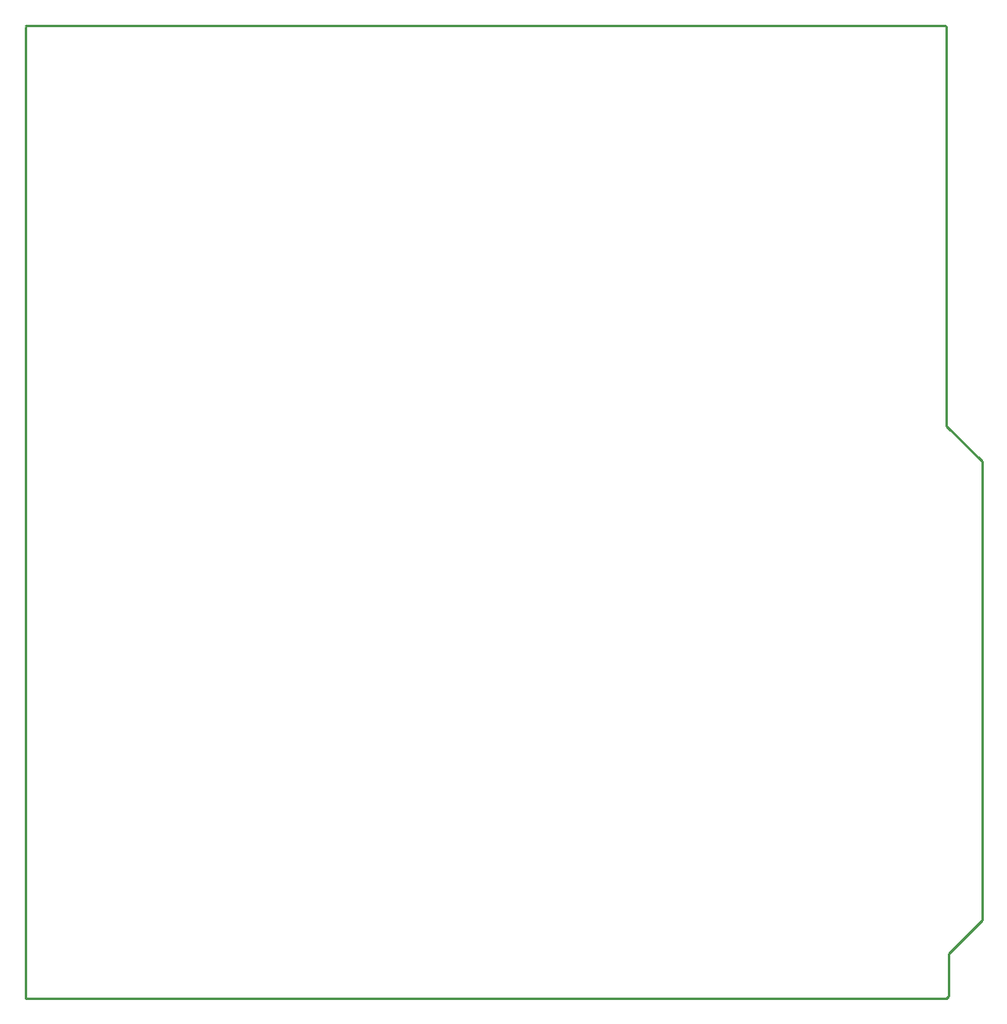
<source format=gko>
G04*
G04 #@! TF.GenerationSoftware,Altium Limited,Altium Designer,18.0.7 (293)*
G04*
G04 Layer_Color=16711935*
%FSLAX25Y25*%
%MOIN*%
G70*
G01*
G75*
%ADD16C,0.01000*%
D16*
X-2600Y-2800D02*
X800D01*
X-2600Y402200D02*
X-2600Y-2800D01*
X-2600Y402800D02*
X381100Y402800D01*
X381700Y402200D01*
Y236000D02*
Y402200D01*
Y236000D02*
X396500Y221200D01*
Y29900D02*
Y221200D01*
X382600Y16000D02*
X396500Y29900D01*
X382600Y-1900D02*
Y16000D01*
X381700Y-2800D02*
X382600Y-1900D01*
X800Y-2800D02*
X381700D01*
M02*

</source>
